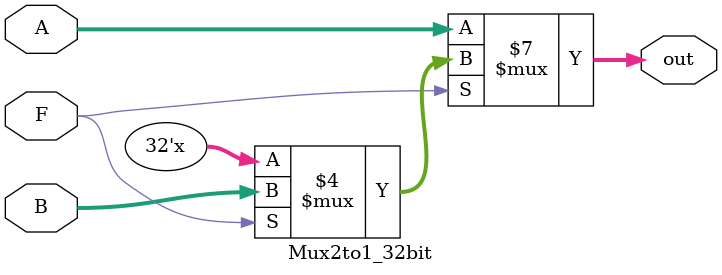
<source format=v>
module Mux2to1_8bit (F, A, B, out);

	input F;
	input [7:0] A, B;
	output reg [7:0] out;
	
	always@(*) begin
		if (F == 0) begin
			out <= A;
		end
		else if (F == 1) begin
			out <= B;
		end
	end

endmodule

module Mux2to1_32bit (F, A, B, out);

	input F;
	input [31:0] A, B;
	output reg [31:0] out;
	
	always@(*) begin
		if (F == 0) begin
			out <= A;
		end
		else if (F == 1) begin
			out <= B;
		end
	end

endmodule

</source>
